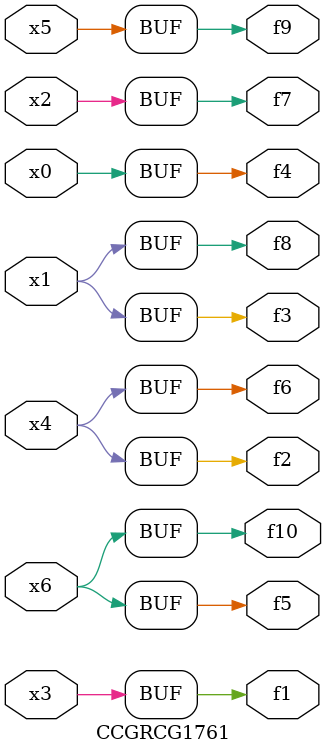
<source format=v>
module CCGRCG1761(
	input x0, x1, x2, x3, x4, x5, x6,
	output f1, f2, f3, f4, f5, f6, f7, f8, f9, f10
);
	assign f1 = x3;
	assign f2 = x4;
	assign f3 = x1;
	assign f4 = x0;
	assign f5 = x6;
	assign f6 = x4;
	assign f7 = x2;
	assign f8 = x1;
	assign f9 = x5;
	assign f10 = x6;
endmodule

</source>
